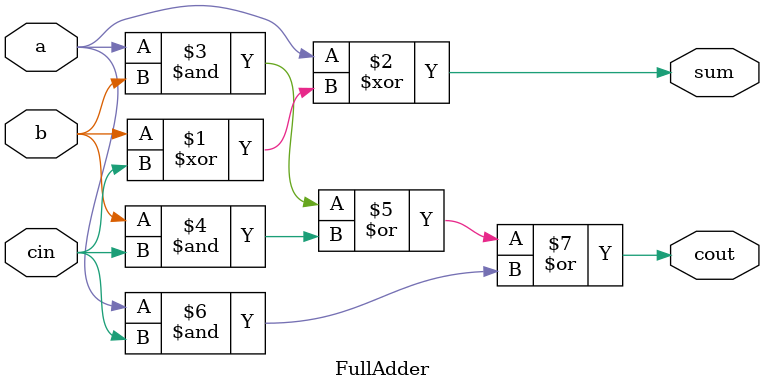
<source format=sv>
module FullAdder(
    input  logic a,
    input  logic b,
    input  logic cin,
    output logic sum,
    output logic cout
);

    assign sum = a ^ (b ^ cin); // Sum is the XOR of a, b, and cin
    assign cout = ((a & b) | (b & cin)) | (a & cin); // Cout is the OR of the AND of a and b, the AND of b and cin, and the AND of a and cin

endmodule

</source>
